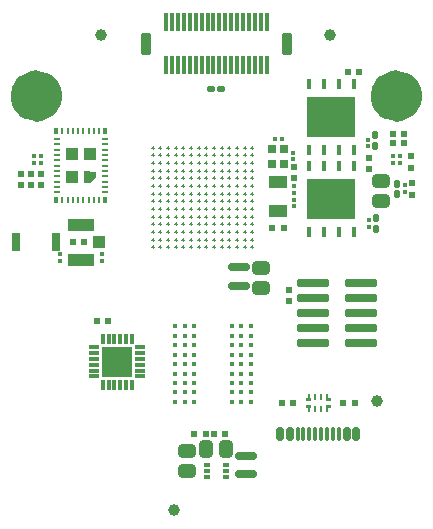
<source format=gtp>
G04*
G04 #@! TF.GenerationSoftware,Altium Limited,Altium Designer,21.7.2 (23)*
G04*
G04 Layer_Color=8421504*
%FSLAX25Y25*%
%MOIN*%
G70*
G04*
G04 #@! TF.SameCoordinates,6C021EAB-9281-4005-87E3-4CD7810296B7*
G04*
G04*
G04 #@! TF.FilePolarity,Positive*
G04*
G01*
G75*
%ADD21C,0.11811*%
%ADD22R,0.06299X0.04331*%
G04:AMPARAMS|DCode=23|XSize=29.53mil|YSize=27.56mil|CornerRadius=2.76mil|HoleSize=0mil|Usage=FLASHONLY|Rotation=270.000|XOffset=0mil|YOffset=0mil|HoleType=Round|Shape=RoundedRectangle|*
%AMROUNDEDRECTD23*
21,1,0.02953,0.02205,0,0,270.0*
21,1,0.02402,0.02756,0,0,270.0*
1,1,0.00551,-0.01102,-0.01201*
1,1,0.00551,-0.01102,0.01201*
1,1,0.00551,0.01102,0.01201*
1,1,0.00551,0.01102,-0.01201*
%
%ADD23ROUNDEDRECTD23*%
%ADD24R,0.00984X0.01969*%
%ADD25R,0.01969X0.00984*%
%ADD26R,0.01476X0.01969*%
%ADD27R,0.03937X0.03937*%
%ADD28R,0.01969X0.03937*%
%ADD29R,0.01937X0.01181*%
%ADD30R,0.01772X0.03543*%
%ADD31R,0.16142X0.13780*%
%ADD32R,0.03346X0.01181*%
%ADD33R,0.01181X0.03346*%
%ADD34R,0.10039X0.10039*%
%ADD35R,0.01575X0.01575*%
G04:AMPARAMS|DCode=36|XSize=27.56mil|YSize=70.87mil|CornerRadius=6.89mil|HoleSize=0mil|Usage=FLASHONLY|Rotation=90.000|XOffset=0mil|YOffset=0mil|HoleType=Round|Shape=RoundedRectangle|*
%AMROUNDEDRECTD36*
21,1,0.02756,0.05709,0,0,90.0*
21,1,0.01378,0.07087,0,0,90.0*
1,1,0.01378,0.02854,0.00689*
1,1,0.01378,0.02854,-0.00689*
1,1,0.01378,-0.02854,-0.00689*
1,1,0.01378,-0.02854,0.00689*
%
%ADD36ROUNDEDRECTD36*%
G04:AMPARAMS|DCode=37|XSize=23.62mil|YSize=45.28mil|CornerRadius=5.91mil|HoleSize=0mil|Usage=FLASHONLY|Rotation=0.000|XOffset=0mil|YOffset=0mil|HoleType=Round|Shape=RoundedRectangle|*
%AMROUNDEDRECTD37*
21,1,0.02362,0.03347,0,0,0.0*
21,1,0.01181,0.04528,0,0,0.0*
1,1,0.01181,0.00591,-0.01673*
1,1,0.01181,-0.00591,-0.01673*
1,1,0.01181,-0.00591,0.01673*
1,1,0.01181,0.00591,0.01673*
%
%ADD37ROUNDEDRECTD37*%
G04:AMPARAMS|DCode=38|XSize=11.81mil|YSize=45.28mil|CornerRadius=2.95mil|HoleSize=0mil|Usage=FLASHONLY|Rotation=0.000|XOffset=0mil|YOffset=0mil|HoleType=Round|Shape=RoundedRectangle|*
%AMROUNDEDRECTD38*
21,1,0.01181,0.03937,0,0,0.0*
21,1,0.00591,0.04528,0,0,0.0*
1,1,0.00591,0.00295,-0.01968*
1,1,0.00591,-0.00295,-0.01968*
1,1,0.00591,-0.00295,0.01968*
1,1,0.00591,0.00295,0.01968*
%
%ADD38ROUNDEDRECTD38*%
%ADD39R,0.00787X0.02362*%
G04:AMPARAMS|DCode=40|XSize=11.81mil|YSize=62.99mil|CornerRadius=2.95mil|HoleSize=0mil|Usage=FLASHONLY|Rotation=180.000|XOffset=0mil|YOffset=0mil|HoleType=Round|Shape=RoundedRectangle|*
%AMROUNDEDRECTD40*
21,1,0.01181,0.05709,0,0,180.0*
21,1,0.00591,0.06299,0,0,180.0*
1,1,0.00591,-0.00295,0.02854*
1,1,0.00591,0.00295,0.02854*
1,1,0.00591,0.00295,-0.02854*
1,1,0.00591,-0.00295,-0.02854*
%
%ADD40ROUNDEDRECTD40*%
G04:AMPARAMS|DCode=41|XSize=35.43mil|YSize=70.87mil|CornerRadius=5.31mil|HoleSize=0mil|Usage=FLASHONLY|Rotation=180.000|XOffset=0mil|YOffset=0mil|HoleType=Round|Shape=RoundedRectangle|*
%AMROUNDEDRECTD41*
21,1,0.03543,0.06024,0,0,180.0*
21,1,0.02480,0.07087,0,0,180.0*
1,1,0.01063,-0.01240,0.03012*
1,1,0.01063,0.01240,0.03012*
1,1,0.01063,0.01240,-0.03012*
1,1,0.01063,-0.01240,-0.03012*
%
%ADD41ROUNDEDRECTD41*%
G04:AMPARAMS|DCode=42|XSize=25.59mil|YSize=108.66mil|CornerRadius=6.4mil|HoleSize=0mil|Usage=FLASHONLY|Rotation=270.000|XOffset=0mil|YOffset=0mil|HoleType=Round|Shape=RoundedRectangle|*
%AMROUNDEDRECTD42*
21,1,0.02559,0.09586,0,0,270.0*
21,1,0.01280,0.10866,0,0,270.0*
1,1,0.01280,-0.04793,-0.00640*
1,1,0.01280,-0.04793,0.00640*
1,1,0.01280,0.04793,0.00640*
1,1,0.01280,0.04793,-0.00640*
%
%ADD42ROUNDEDRECTD42*%
G04:AMPARAMS|DCode=43|XSize=12mil|YSize=15mil|CornerRadius=3mil|HoleSize=0mil|Usage=FLASHONLY|Rotation=270.000|XOffset=0mil|YOffset=0mil|HoleType=Round|Shape=RoundedRectangle|*
%AMROUNDEDRECTD43*
21,1,0.01200,0.00900,0,0,270.0*
21,1,0.00600,0.01500,0,0,270.0*
1,1,0.00600,-0.00450,-0.00300*
1,1,0.00600,-0.00450,0.00300*
1,1,0.00600,0.00450,0.00300*
1,1,0.00600,0.00450,-0.00300*
%
%ADD43ROUNDEDRECTD43*%
G04:AMPARAMS|DCode=44|XSize=16.14mil|YSize=16.14mil|CornerRadius=8.07mil|HoleSize=0mil|Usage=FLASHONLY|Rotation=0.000|XOffset=0mil|YOffset=0mil|HoleType=Round|Shape=RoundedRectangle|*
%AMROUNDEDRECTD44*
21,1,0.01614,0.00000,0,0,0.0*
21,1,0.00000,0.01614,0,0,0.0*
1,1,0.01614,0.00000,0.00000*
1,1,0.01614,0.00000,0.00000*
1,1,0.01614,0.00000,0.00000*
1,1,0.01614,0.00000,0.00000*
%
%ADD44ROUNDEDRECTD44*%
G04:AMPARAMS|DCode=45|XSize=11.42mil|YSize=11.42mil|CornerRadius=5.71mil|HoleSize=0mil|Usage=FLASHONLY|Rotation=90.000|XOffset=0mil|YOffset=0mil|HoleType=Round|Shape=RoundedRectangle|*
%AMROUNDEDRECTD45*
21,1,0.01142,0.00000,0,0,90.0*
21,1,0.00000,0.01142,0,0,90.0*
1,1,0.01142,0.00000,0.00000*
1,1,0.01142,0.00000,0.00000*
1,1,0.01142,0.00000,0.00000*
1,1,0.01142,0.00000,0.00000*
%
%ADD45ROUNDEDRECTD45*%
%ADD46R,0.03150X0.06299*%
%ADD47R,0.08661X0.04134*%
%ADD48R,0.04134X0.03937*%
G04:AMPARAMS|DCode=49|XSize=43.7mil|YSize=57.87mil|CornerRadius=9.83mil|HoleSize=0mil|Usage=FLASHONLY|Rotation=90.000|XOffset=0mil|YOffset=0mil|HoleType=Round|Shape=RoundedRectangle|*
%AMROUNDEDRECTD49*
21,1,0.04370,0.03821,0,0,90.0*
21,1,0.02404,0.05787,0,0,90.0*
1,1,0.01967,0.01910,0.01202*
1,1,0.01967,0.01910,-0.01202*
1,1,0.01967,-0.01910,-0.01202*
1,1,0.01967,-0.01910,0.01202*
%
%ADD49ROUNDEDRECTD49*%
G04:AMPARAMS|DCode=50|XSize=21.65mil|YSize=22.84mil|CornerRadius=5.52mil|HoleSize=0mil|Usage=FLASHONLY|Rotation=0.000|XOffset=0mil|YOffset=0mil|HoleType=Round|Shape=RoundedRectangle|*
%AMROUNDEDRECTD50*
21,1,0.02165,0.01179,0,0,0.0*
21,1,0.01061,0.02284,0,0,0.0*
1,1,0.01104,0.00531,-0.00590*
1,1,0.01104,-0.00531,-0.00590*
1,1,0.01104,-0.00531,0.00590*
1,1,0.01104,0.00531,0.00590*
%
%ADD50ROUNDEDRECTD50*%
G04:AMPARAMS|DCode=51|XSize=24.8mil|YSize=22.84mil|CornerRadius=5.94mil|HoleSize=0mil|Usage=FLASHONLY|Rotation=270.000|XOffset=0mil|YOffset=0mil|HoleType=Round|Shape=RoundedRectangle|*
%AMROUNDEDRECTD51*
21,1,0.02480,0.01096,0,0,270.0*
21,1,0.01293,0.02284,0,0,270.0*
1,1,0.01187,-0.00548,-0.00647*
1,1,0.01187,-0.00548,0.00647*
1,1,0.01187,0.00548,0.00647*
1,1,0.01187,0.00548,-0.00647*
%
%ADD51ROUNDEDRECTD51*%
G04:AMPARAMS|DCode=52|XSize=21.65mil|YSize=22.84mil|CornerRadius=5.52mil|HoleSize=0mil|Usage=FLASHONLY|Rotation=270.000|XOffset=0mil|YOffset=0mil|HoleType=Round|Shape=RoundedRectangle|*
%AMROUNDEDRECTD52*
21,1,0.02165,0.01179,0,0,270.0*
21,1,0.01061,0.02284,0,0,270.0*
1,1,0.01104,-0.00590,-0.00531*
1,1,0.01104,-0.00590,0.00531*
1,1,0.01104,0.00590,0.00531*
1,1,0.01104,0.00590,-0.00531*
%
%ADD52ROUNDEDRECTD52*%
G04:AMPARAMS|DCode=53|XSize=39.37mil|YSize=39.37mil|CornerRadius=19.68mil|HoleSize=0mil|Usage=FLASHONLY|Rotation=0.000|XOffset=0mil|YOffset=0mil|HoleType=Round|Shape=RoundedRectangle|*
%AMROUNDEDRECTD53*
21,1,0.03937,0.00000,0,0,0.0*
21,1,0.00000,0.03937,0,0,0.0*
1,1,0.03937,0.00000,0.00000*
1,1,0.03937,0.00000,0.00000*
1,1,0.03937,0.00000,0.00000*
1,1,0.03937,0.00000,0.00000*
%
%ADD53ROUNDEDRECTD53*%
G04:AMPARAMS|DCode=54|XSize=24.8mil|YSize=22.84mil|CornerRadius=5.94mil|HoleSize=0mil|Usage=FLASHONLY|Rotation=0.000|XOffset=0mil|YOffset=0mil|HoleType=Round|Shape=RoundedRectangle|*
%AMROUNDEDRECTD54*
21,1,0.02480,0.01096,0,0,0.0*
21,1,0.01293,0.02284,0,0,0.0*
1,1,0.01187,0.00647,-0.00548*
1,1,0.01187,-0.00647,-0.00548*
1,1,0.01187,-0.00647,0.00548*
1,1,0.01187,0.00647,0.00548*
%
%ADD54ROUNDEDRECTD54*%
G04:AMPARAMS|DCode=55|XSize=12mil|YSize=15mil|CornerRadius=3mil|HoleSize=0mil|Usage=FLASHONLY|Rotation=180.000|XOffset=0mil|YOffset=0mil|HoleType=Round|Shape=RoundedRectangle|*
%AMROUNDEDRECTD55*
21,1,0.01200,0.00900,0,0,180.0*
21,1,0.00600,0.01500,0,0,180.0*
1,1,0.00600,-0.00300,0.00450*
1,1,0.00600,0.00300,0.00450*
1,1,0.00600,0.00300,-0.00450*
1,1,0.00600,-0.00300,-0.00450*
%
%ADD55ROUNDEDRECTD55*%
G04:AMPARAMS|DCode=56|XSize=43.7mil|YSize=57.87mil|CornerRadius=9.83mil|HoleSize=0mil|Usage=FLASHONLY|Rotation=0.000|XOffset=0mil|YOffset=0mil|HoleType=Round|Shape=RoundedRectangle|*
%AMROUNDEDRECTD56*
21,1,0.04370,0.03821,0,0,0.0*
21,1,0.02404,0.05787,0,0,0.0*
1,1,0.01967,0.01202,-0.01910*
1,1,0.01967,-0.01202,-0.01910*
1,1,0.01967,-0.01202,0.01910*
1,1,0.01967,0.01202,0.01910*
%
%ADD56ROUNDEDRECTD56*%
G36*
X87174Y164777D02*
X86308D01*
Y169895D01*
X87174D01*
Y164777D01*
D02*
G37*
G36*
X85206D02*
X84339D01*
Y169895D01*
X85206D01*
Y164777D01*
D02*
G37*
G36*
X83237D02*
X82371D01*
Y169895D01*
X83237D01*
Y164777D01*
D02*
G37*
G36*
X81269D02*
X80402D01*
Y169895D01*
X81269D01*
Y164777D01*
D02*
G37*
G36*
X79300D02*
X78434D01*
Y169895D01*
X79300D01*
Y164777D01*
D02*
G37*
G36*
X77292D02*
X76426D01*
Y169895D01*
X77292D01*
Y164777D01*
D02*
G37*
G36*
X75363D02*
X74497D01*
Y169895D01*
X75363D01*
Y164777D01*
D02*
G37*
G36*
X73394D02*
X72528D01*
Y169895D01*
X73394D01*
Y164777D01*
D02*
G37*
G36*
X71426D02*
X70560D01*
Y169895D01*
X71426D01*
Y164777D01*
D02*
G37*
G36*
X69418D02*
X68552D01*
Y169895D01*
X69418D01*
Y164777D01*
D02*
G37*
G36*
X67489D02*
X66623D01*
Y169895D01*
X67489D01*
Y164777D01*
D02*
G37*
G36*
X65520D02*
X64654D01*
Y169895D01*
X65520D01*
Y164777D01*
D02*
G37*
G36*
X63552D02*
X62686D01*
Y169895D01*
X63552D01*
Y164777D01*
D02*
G37*
G36*
X61583D02*
X60717D01*
Y169895D01*
X61583D01*
Y164777D01*
D02*
G37*
G36*
X59615D02*
X58749D01*
Y169895D01*
X59615D01*
Y164777D01*
D02*
G37*
G36*
X57646D02*
X56780D01*
Y169895D01*
X57646D01*
Y164777D01*
D02*
G37*
G36*
X55678D02*
X54812D01*
Y169895D01*
X55678D01*
Y164777D01*
D02*
G37*
G36*
X53709D02*
X52843D01*
Y169895D01*
X53709D01*
Y164777D01*
D02*
G37*
G36*
X87174Y150131D02*
X86308D01*
Y155250D01*
X87174D01*
Y150131D01*
D02*
G37*
G36*
X85206D02*
X84339D01*
Y155250D01*
X85206D01*
Y150131D01*
D02*
G37*
G36*
X83237D02*
X82371D01*
Y155250D01*
X83237D01*
Y150131D01*
D02*
G37*
G36*
X81269D02*
X80402D01*
Y155250D01*
X81269D01*
Y150131D01*
D02*
G37*
G36*
X79300D02*
X78434D01*
Y155250D01*
X79300D01*
Y150131D01*
D02*
G37*
G36*
X77332D02*
X76465D01*
Y155250D01*
X77332D01*
Y150131D01*
D02*
G37*
G36*
X75363D02*
X74497D01*
Y155250D01*
X75363D01*
Y150131D01*
D02*
G37*
G36*
X73394D02*
X72528D01*
Y155250D01*
X73394D01*
Y150131D01*
D02*
G37*
G36*
X71426D02*
X70560D01*
Y155250D01*
X71426D01*
Y150131D01*
D02*
G37*
G36*
X69457D02*
X68591D01*
Y155250D01*
X69457D01*
Y150131D01*
D02*
G37*
G36*
X67489D02*
X66623D01*
Y155250D01*
X67489D01*
Y150131D01*
D02*
G37*
G36*
X65520D02*
X64654D01*
Y155250D01*
X65520D01*
Y150131D01*
D02*
G37*
G36*
X63552D02*
X62686D01*
Y155250D01*
X63552D01*
Y150131D01*
D02*
G37*
G36*
X61583D02*
X60717D01*
Y155250D01*
X61583D01*
Y150131D01*
D02*
G37*
G36*
X59615D02*
X58749D01*
Y155250D01*
X59615D01*
Y150131D01*
D02*
G37*
G36*
X57646D02*
X56780D01*
Y155250D01*
X57646D01*
Y150131D01*
D02*
G37*
G36*
X55678D02*
X54812D01*
Y155250D01*
X55678D01*
Y150131D01*
D02*
G37*
G36*
X53709D02*
X52843D01*
Y155250D01*
X53709D01*
Y150131D01*
D02*
G37*
G36*
X29724Y115354D02*
X27756Y113385D01*
X25787D01*
Y117322D01*
X29724D01*
Y115354D01*
D02*
G37*
G36*
X108071Y40945D02*
X106496D01*
Y41733D01*
X108071D01*
Y40945D01*
D02*
G37*
G36*
X101378D02*
X99803D01*
Y41733D01*
X101378D01*
Y40945D01*
D02*
G37*
G36*
X108071Y38581D02*
X106496D01*
Y39369D01*
X108071D01*
Y38581D01*
D02*
G37*
G36*
X101378D02*
X99803D01*
Y39369D01*
X101378D01*
Y38581D01*
D02*
G37*
D21*
X132784Y142500D02*
G03*
X132784Y142500I-2784J0D01*
G01*
X12784D02*
G03*
X12784Y142500I-2784J0D01*
G01*
D22*
X90551Y113976D02*
D03*
Y104134D02*
D03*
D23*
X88681Y125000D02*
D03*
X92618Y119685D02*
D03*
X88681D02*
D03*
X92618Y125000D02*
D03*
D24*
X18602Y130807D02*
D03*
X22146D02*
D03*
X31004D02*
D03*
X29232D02*
D03*
X27460D02*
D03*
X25689D02*
D03*
X23917D02*
D03*
X18602Y107775D02*
D03*
X22146D02*
D03*
X31004D02*
D03*
X27460D02*
D03*
X25689D02*
D03*
X20374D02*
D03*
X23917D02*
D03*
X20374Y130807D02*
D03*
X29232Y107775D02*
D03*
D25*
X32775Y112204D02*
D03*
Y113976D02*
D03*
Y117519D02*
D03*
Y128149D02*
D03*
Y126378D02*
D03*
Y124606D02*
D03*
Y122834D02*
D03*
Y121063D02*
D03*
Y119291D02*
D03*
X16831Y112204D02*
D03*
Y113976D02*
D03*
Y117519D02*
D03*
Y128149D02*
D03*
Y126378D02*
D03*
Y124606D02*
D03*
Y122834D02*
D03*
Y121063D02*
D03*
Y119291D02*
D03*
Y110433D02*
D03*
Y115748D02*
D03*
X32775Y110433D02*
D03*
Y115748D02*
D03*
D26*
X16584Y107775D02*
D03*
Y130807D02*
D03*
X33022Y107775D02*
D03*
Y130807D02*
D03*
D27*
X21850Y115354D02*
D03*
Y123228D02*
D03*
X27756D02*
D03*
D28*
X26772Y115354D02*
D03*
D29*
X73362Y19489D02*
D03*
Y17520D02*
D03*
Y15551D02*
D03*
X66796D02*
D03*
Y19489D02*
D03*
Y17520D02*
D03*
D30*
X115768Y119268D02*
D03*
X110768D02*
D03*
X105768D02*
D03*
X100768Y97268D02*
D03*
X105768D02*
D03*
X110768D02*
D03*
X115768D02*
D03*
X100768Y119268D02*
D03*
X115768Y146433D02*
D03*
X110768D02*
D03*
X105768D02*
D03*
X100768Y124434D02*
D03*
X105768D02*
D03*
X110768D02*
D03*
X115768D02*
D03*
X100768Y146433D02*
D03*
D31*
X108268Y108268D02*
D03*
Y135433D02*
D03*
D32*
X29331Y58858D02*
D03*
Y56890D02*
D03*
Y54921D02*
D03*
Y52953D02*
D03*
Y50984D02*
D03*
Y49016D02*
D03*
X44685D02*
D03*
Y50984D02*
D03*
Y52953D02*
D03*
Y54921D02*
D03*
Y56890D02*
D03*
Y58858D02*
D03*
D33*
X32087Y46260D02*
D03*
X34055D02*
D03*
X36024D02*
D03*
X37992D02*
D03*
X39961D02*
D03*
X41929D02*
D03*
Y61614D02*
D03*
X39961D02*
D03*
X37992D02*
D03*
X34055D02*
D03*
X32087D02*
D03*
X36024D02*
D03*
D34*
X37008Y53937D02*
D03*
D35*
X11417Y122441D02*
D03*
Y120079D02*
D03*
X9055D02*
D03*
Y122441D02*
D03*
X128740Y120079D02*
D03*
Y122441D02*
D03*
X131102D02*
D03*
Y120079D02*
D03*
D36*
X79823Y22638D02*
D03*
Y16339D02*
D03*
X77559Y79232D02*
D03*
Y85532D02*
D03*
D37*
X91339Y29744D02*
D03*
X116535D02*
D03*
X94488D02*
D03*
X113386D02*
D03*
D38*
X104921D02*
D03*
X102953D02*
D03*
X106890D02*
D03*
X108858D02*
D03*
X110827D02*
D03*
X100984D02*
D03*
X99016D02*
D03*
X97047D02*
D03*
D39*
X100984Y42126D02*
D03*
X102953D02*
D03*
X104921D02*
D03*
X106890D02*
D03*
Y38188D02*
D03*
X104921D02*
D03*
X102953D02*
D03*
X100984D02*
D03*
D40*
X86732Y152913D02*
D03*
Y167087D02*
D03*
X84764Y152913D02*
D03*
Y167087D02*
D03*
X82795Y152913D02*
D03*
Y167087D02*
D03*
X80827Y152913D02*
D03*
Y167087D02*
D03*
X78858Y152913D02*
D03*
Y167087D02*
D03*
X76890Y152913D02*
D03*
Y167087D02*
D03*
X74921Y152913D02*
D03*
Y167087D02*
D03*
X72953Y152913D02*
D03*
Y167087D02*
D03*
X70984Y152913D02*
D03*
Y167087D02*
D03*
X69016Y152913D02*
D03*
Y167087D02*
D03*
X67047Y152913D02*
D03*
Y167087D02*
D03*
X65079Y152913D02*
D03*
Y167087D02*
D03*
X63110Y152913D02*
D03*
Y167087D02*
D03*
X61142Y152913D02*
D03*
Y167087D02*
D03*
X59173Y152913D02*
D03*
Y167087D02*
D03*
X57205Y152913D02*
D03*
Y167087D02*
D03*
X55236Y152913D02*
D03*
Y167087D02*
D03*
X53268Y152913D02*
D03*
Y167087D02*
D03*
D41*
X93622Y160000D02*
D03*
X46378D02*
D03*
D42*
X118189Y70079D02*
D03*
Y75079D02*
D03*
Y80079D02*
D03*
Y65079D02*
D03*
Y60079D02*
D03*
X102283Y70079D02*
D03*
Y75079D02*
D03*
Y80079D02*
D03*
Y65079D02*
D03*
Y60079D02*
D03*
D43*
X31886Y89680D02*
D03*
Y87480D02*
D03*
X17717Y87483D02*
D03*
Y89683D02*
D03*
X95768Y105674D02*
D03*
Y107874D02*
D03*
X120472Y125689D02*
D03*
Y127889D02*
D03*
X120752Y98905D02*
D03*
Y101105D02*
D03*
X132776Y110514D02*
D03*
Y112714D02*
D03*
X95669Y123541D02*
D03*
Y121341D02*
D03*
X95768Y110317D02*
D03*
Y112517D02*
D03*
D44*
X81496Y40552D02*
D03*
X78347D02*
D03*
X75197D02*
D03*
X62599D02*
D03*
X59449D02*
D03*
X81496Y43701D02*
D03*
X78347D02*
D03*
X75197D02*
D03*
X62599D02*
D03*
X59449D02*
D03*
X56300D02*
D03*
X81496Y46851D02*
D03*
X78347D02*
D03*
X75197D02*
D03*
X62599D02*
D03*
X59449D02*
D03*
X56300D02*
D03*
X81496Y50000D02*
D03*
X78347D02*
D03*
X75197D02*
D03*
X62599D02*
D03*
X59449D02*
D03*
X56300D02*
D03*
X81496Y53150D02*
D03*
X78347D02*
D03*
X75197D02*
D03*
X59449D02*
D03*
X56300D02*
D03*
X81496Y56300D02*
D03*
X78347D02*
D03*
X62599D02*
D03*
X59449D02*
D03*
X56300D02*
D03*
X81496Y59449D02*
D03*
X78347D02*
D03*
X75197D02*
D03*
X59449D02*
D03*
X56300D02*
D03*
X81496Y62599D02*
D03*
X78347D02*
D03*
X62599D02*
D03*
X59449D02*
D03*
X56300D02*
D03*
X81496Y65748D02*
D03*
X78347D02*
D03*
X75197D02*
D03*
X59449D02*
D03*
X56300Y40552D02*
D03*
X62599Y53150D02*
D03*
Y59449D02*
D03*
X56300Y65748D02*
D03*
X62599D02*
D03*
X75197Y56300D02*
D03*
Y62599D02*
D03*
D45*
X81988Y122736D02*
D03*
Y120177D02*
D03*
Y117618D02*
D03*
Y115059D02*
D03*
Y112500D02*
D03*
Y109941D02*
D03*
Y107381D02*
D03*
Y104822D02*
D03*
Y102263D02*
D03*
Y99704D02*
D03*
Y97145D02*
D03*
Y94586D02*
D03*
X79429Y125295D02*
D03*
Y122736D02*
D03*
Y120177D02*
D03*
Y117618D02*
D03*
Y115059D02*
D03*
Y112500D02*
D03*
Y107381D02*
D03*
Y104822D02*
D03*
Y99704D02*
D03*
Y97145D02*
D03*
X76870Y125295D02*
D03*
Y122736D02*
D03*
Y120177D02*
D03*
Y117618D02*
D03*
Y115059D02*
D03*
Y112500D02*
D03*
Y109941D02*
D03*
Y107381D02*
D03*
Y104822D02*
D03*
Y102263D02*
D03*
Y99704D02*
D03*
Y97145D02*
D03*
Y94586D02*
D03*
Y92027D02*
D03*
X74311Y125295D02*
D03*
Y122736D02*
D03*
Y120177D02*
D03*
Y117618D02*
D03*
Y115059D02*
D03*
Y109941D02*
D03*
Y107381D02*
D03*
Y104822D02*
D03*
Y102263D02*
D03*
Y99704D02*
D03*
Y97145D02*
D03*
Y94586D02*
D03*
Y92027D02*
D03*
X71752Y125295D02*
D03*
Y120177D02*
D03*
Y117618D02*
D03*
Y115059D02*
D03*
Y109941D02*
D03*
Y107381D02*
D03*
Y102263D02*
D03*
Y99704D02*
D03*
Y97145D02*
D03*
Y92027D02*
D03*
X69193Y125295D02*
D03*
Y122736D02*
D03*
Y120177D02*
D03*
Y117618D02*
D03*
Y115059D02*
D03*
Y112500D02*
D03*
Y104822D02*
D03*
Y102263D02*
D03*
Y99704D02*
D03*
Y97145D02*
D03*
Y94586D02*
D03*
Y92027D02*
D03*
X66634Y125295D02*
D03*
Y122736D02*
D03*
Y120177D02*
D03*
Y117618D02*
D03*
Y115059D02*
D03*
Y112500D02*
D03*
Y104822D02*
D03*
Y102263D02*
D03*
Y99704D02*
D03*
Y97145D02*
D03*
Y94586D02*
D03*
Y92027D02*
D03*
X64074Y125295D02*
D03*
Y122736D02*
D03*
Y120177D02*
D03*
Y117618D02*
D03*
Y115059D02*
D03*
Y112500D02*
D03*
Y104822D02*
D03*
Y102263D02*
D03*
Y99704D02*
D03*
Y97145D02*
D03*
Y94586D02*
D03*
Y92027D02*
D03*
X61515Y125295D02*
D03*
Y122736D02*
D03*
Y120177D02*
D03*
Y117618D02*
D03*
Y115059D02*
D03*
Y112500D02*
D03*
Y109941D02*
D03*
Y107381D02*
D03*
Y104822D02*
D03*
Y102263D02*
D03*
Y99704D02*
D03*
Y97145D02*
D03*
Y94586D02*
D03*
Y92027D02*
D03*
X58956Y125295D02*
D03*
Y120177D02*
D03*
Y117618D02*
D03*
Y115059D02*
D03*
Y112500D02*
D03*
Y109941D02*
D03*
Y107381D02*
D03*
Y104822D02*
D03*
Y102263D02*
D03*
Y99704D02*
D03*
Y97145D02*
D03*
Y92027D02*
D03*
X56397Y125295D02*
D03*
Y122736D02*
D03*
Y120177D02*
D03*
Y117618D02*
D03*
Y115059D02*
D03*
Y112500D02*
D03*
Y109941D02*
D03*
Y107381D02*
D03*
Y104822D02*
D03*
Y102263D02*
D03*
Y99704D02*
D03*
Y97145D02*
D03*
Y94586D02*
D03*
Y92027D02*
D03*
X53838Y125295D02*
D03*
Y122736D02*
D03*
Y120177D02*
D03*
Y117618D02*
D03*
Y115059D02*
D03*
Y112500D02*
D03*
Y109941D02*
D03*
Y107381D02*
D03*
Y104822D02*
D03*
Y102263D02*
D03*
Y99704D02*
D03*
Y97145D02*
D03*
Y94586D02*
D03*
Y92027D02*
D03*
X51279Y125295D02*
D03*
Y122736D02*
D03*
Y120177D02*
D03*
Y117618D02*
D03*
Y112500D02*
D03*
Y109941D02*
D03*
Y107381D02*
D03*
Y104822D02*
D03*
Y99704D02*
D03*
Y97145D02*
D03*
Y94586D02*
D03*
Y92027D02*
D03*
X48720Y122736D02*
D03*
Y120177D02*
D03*
Y117618D02*
D03*
Y115059D02*
D03*
Y112500D02*
D03*
Y109941D02*
D03*
Y107381D02*
D03*
Y104822D02*
D03*
Y102263D02*
D03*
Y99704D02*
D03*
Y97145D02*
D03*
Y94586D02*
D03*
Y92027D02*
D03*
X58956Y94586D02*
D03*
X51279Y102263D02*
D03*
X48720Y125295D02*
D03*
X51279Y115059D02*
D03*
X58956Y122736D02*
D03*
X71752Y94586D02*
D03*
X79429Y92027D02*
D03*
Y94586D02*
D03*
X81988Y92027D02*
D03*
X64074Y107381D02*
D03*
X66634D02*
D03*
X64074Y109941D02*
D03*
X66634D02*
D03*
X71752Y104822D02*
D03*
X79429Y102263D02*
D03*
X69193Y107381D02*
D03*
Y109941D02*
D03*
X79429D02*
D03*
X71752Y112500D02*
D03*
Y122736D02*
D03*
X74311Y112500D02*
D03*
X81988Y125295D02*
D03*
D46*
X16536Y93701D02*
D03*
X3150D02*
D03*
D47*
X24803Y99508D02*
D03*
Y87894D02*
D03*
D48*
X30807Y93701D02*
D03*
D49*
X124803Y114075D02*
D03*
Y107382D02*
D03*
X85039Y85138D02*
D03*
Y78445D02*
D03*
X60236Y17421D02*
D03*
Y24114D02*
D03*
D50*
X25886Y93701D02*
D03*
X22146D02*
D03*
X95571Y40157D02*
D03*
X91831D02*
D03*
X112303D02*
D03*
X116043D02*
D03*
X113878Y150393D02*
D03*
X117618D02*
D03*
X30118Y67618D02*
D03*
X33858D02*
D03*
X88681Y98425D02*
D03*
X92421D02*
D03*
X132480Y126870D02*
D03*
X128740D02*
D03*
X73032Y29921D02*
D03*
X69291D02*
D03*
X66437D02*
D03*
X62697D02*
D03*
X128740Y129823D02*
D03*
X132480D02*
D03*
D51*
X123031Y125945D02*
D03*
Y129370D02*
D03*
X123327Y98287D02*
D03*
Y101713D02*
D03*
X130217Y109705D02*
D03*
Y113130D02*
D03*
D52*
X120866Y118209D02*
D03*
Y121949D02*
D03*
X4921Y116437D02*
D03*
Y112697D02*
D03*
X8169Y116437D02*
D03*
Y112697D02*
D03*
X11417Y116437D02*
D03*
Y112697D02*
D03*
X135334Y109646D02*
D03*
Y113386D02*
D03*
X94094Y77854D02*
D03*
Y74114D02*
D03*
X95768Y115256D02*
D03*
Y118996D02*
D03*
X134744Y122343D02*
D03*
Y118602D02*
D03*
D53*
X55717Y4339D02*
D03*
X107874Y162992D02*
D03*
X31496D02*
D03*
X123622Y40945D02*
D03*
D54*
X71595Y144882D02*
D03*
X68169D02*
D03*
D55*
X91750Y128051D02*
D03*
X89550D02*
D03*
D56*
X73327Y24705D02*
D03*
X66634D02*
D03*
M02*

</source>
